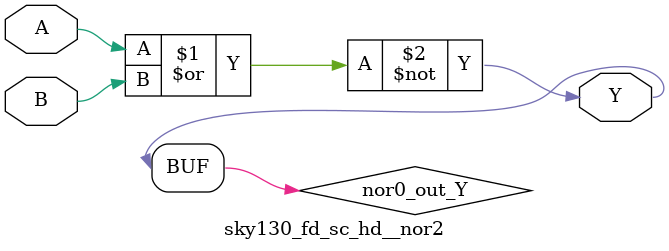
<source format=v>
/*
 * Copyright 2020 The SkyWater PDK Authors
 *
 * Licensed under the Apache License, Version 2.0 (the "License");
 * you may not use this file except in compliance with the License.
 * You may obtain a copy of the License at
 *
 *     https://www.apache.org/licenses/LICENSE-2.0
 *
 * Unless required by applicable law or agreed to in writing, software
 * distributed under the License is distributed on an "AS IS" BASIS,
 * WITHOUT WARRANTIES OR CONDITIONS OF ANY KIND, either express or implied.
 * See the License for the specific language governing permissions and
 * limitations under the License.
 *
 * SPDX-License-Identifier: Apache-2.0
*/


`ifndef SKY130_FD_SC_HD__NOR2_FUNCTIONAL_V
`define SKY130_FD_SC_HD__NOR2_FUNCTIONAL_V

/**
 * nor2: 2-input NOR.
 *
 * Verilog simulation functional model.
 */

`timescale 1ns / 1ps
`default_nettype none

`celldefine
module sky130_fd_sc_hd__nor2 (
    Y,
    A,
    B
);

    // Module ports
    output Y;
    input  A;
    input  B;

    // Local signals
    wire nor0_out_Y;

    //  Name  Output      Other arguments
    nor nor0 (nor0_out_Y, A, B           );
    buf buf0 (Y         , nor0_out_Y     );

endmodule
`endcelldefine

`default_nettype wire
`endif  // SKY130_FD_SC_HD__NOR2_FUNCTIONAL_V

</source>
